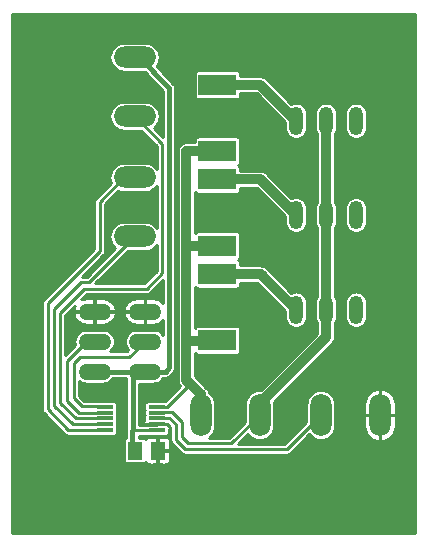
<source format=gtl>
G04 #@! TF.GenerationSoftware,KiCad,Pcbnew,5.1.5*
G04 #@! TF.CreationDate,2020-04-17T15:55:13+02:00*
G04 #@! TF.ProjectId,eco_measurement_ina226,65636f5f-6d65-4617-9375-72656d656e74,rev?*
G04 #@! TF.SameCoordinates,Original*
G04 #@! TF.FileFunction,Copper,L1,Top*
G04 #@! TF.FilePolarity,Positive*
%FSLAX46Y46*%
G04 Gerber Fmt 4.6, Leading zero omitted, Abs format (unit mm)*
G04 Created by KiCad (PCBNEW 5.1.5) date 2020-04-17 15:55:13*
%MOMM*%
%LPD*%
G04 APERTURE LIST*
%ADD10R,3.200000X1.800000*%
%ADD11R,1.450000X0.300000*%
%ADD12O,1.790700X3.581400*%
%ADD13O,3.581400X1.790700*%
%ADD14O,2.743200X1.371600*%
%ADD15R,1.300000X1.500000*%
%ADD16O,1.200000X2.400000*%
%ADD17C,0.855600*%
%ADD18C,3.355600*%
%ADD19C,0.755600*%
%ADD20C,0.254000*%
%ADD21C,0.406400*%
%ADD22C,0.812800*%
G04 APERTURE END LIST*
D10*
X148851100Y-105028600D03*
X148851100Y-110628600D03*
X148851100Y-97003600D03*
X148851100Y-102603600D03*
X148851100Y-88978600D03*
X148851100Y-94578600D03*
D11*
X139316900Y-116242100D03*
X139316900Y-116742100D03*
X139316900Y-118242100D03*
X139316900Y-117742100D03*
X143716900Y-118242100D03*
X143716900Y-117742100D03*
X143716900Y-116242100D03*
X143716900Y-116742100D03*
X139316900Y-117242100D03*
X143716900Y-117242100D03*
D12*
X152426100Y-116948600D03*
X147426100Y-116948600D03*
X162601100Y-116948600D03*
X157601100Y-116948600D03*
D13*
X141831100Y-91653600D03*
X141831100Y-86653600D03*
X141831100Y-101832100D03*
X141831100Y-96832100D03*
D14*
X142701100Y-108188600D03*
X142701100Y-110728600D03*
X142701100Y-113268600D03*
X138451100Y-108188600D03*
X138451100Y-110728600D03*
X138451100Y-113268600D03*
D15*
X141888400Y-119958500D03*
X143788400Y-119958500D03*
D16*
X155511100Y-108028600D03*
X158051100Y-108028600D03*
X160591100Y-108028600D03*
X155511100Y-100028600D03*
X158051100Y-100028600D03*
X160591100Y-100028600D03*
X155511100Y-92028600D03*
X158051100Y-92028600D03*
X160591100Y-92028600D03*
D17*
X143811100Y-121888600D03*
D18*
X134301100Y-124103600D03*
X134301100Y-85903600D03*
X162701100Y-124103600D03*
X162701100Y-85903600D03*
D17*
X159851100Y-111013600D03*
X150051100Y-114233600D03*
X152241100Y-110493600D03*
X133471100Y-99423600D03*
X151621100Y-101533600D03*
X154751100Y-102853600D03*
X160281100Y-103133600D03*
X160571100Y-94983600D03*
X155551100Y-95033600D03*
X151911100Y-93653600D03*
X143911100Y-114993600D03*
D19*
X140271100Y-114733600D03*
X141851100Y-99303600D03*
X141321100Y-104953600D03*
D17*
X153411100Y-121953600D03*
X133381100Y-93883600D03*
X155001100Y-116893600D03*
D20*
X143716900Y-117742100D02*
X144539600Y-117742100D01*
X144539600Y-117742100D02*
X144801100Y-118003600D01*
X144801100Y-118003600D02*
X144801100Y-120028600D01*
X143788400Y-119958500D02*
X144731000Y-119958500D01*
X144731000Y-119958500D02*
X144801100Y-120028600D01*
X141676100Y-118253600D02*
X143705400Y-118253600D01*
X143705400Y-118253600D02*
X143716900Y-118242100D01*
D21*
X141651100Y-118278600D02*
X141651100Y-119796200D01*
X141651100Y-119796200D02*
X141888400Y-119958500D01*
D20*
X141676100Y-118253600D02*
X141651100Y-118278600D01*
X142701100Y-113268600D02*
X142211100Y-113268600D01*
D21*
X141831100Y-86653600D02*
X142241100Y-86653600D01*
X142241100Y-86653600D02*
X144751100Y-89283600D01*
X144751100Y-89283600D02*
X144751100Y-112873600D01*
X144751100Y-112873600D02*
X144456100Y-113268600D01*
X144456100Y-113268600D02*
X142211100Y-113268600D01*
X138451100Y-113268600D02*
X141676100Y-113268600D01*
X141676100Y-113268600D02*
X142211100Y-113268600D01*
X141676100Y-118253600D02*
X141676100Y-113268600D01*
D20*
X138451100Y-110728600D02*
X137751100Y-110728600D01*
X137751100Y-110728600D02*
X136101100Y-112378600D01*
X136101100Y-112378600D02*
X136101100Y-115753600D01*
X136101100Y-115753600D02*
X137101100Y-116743600D01*
X137101100Y-116743600D02*
X139305400Y-116743600D01*
X139305400Y-116743600D02*
X139316900Y-116742100D01*
X142701100Y-110728600D02*
X141401100Y-112028600D01*
X141401100Y-112028600D02*
X137176100Y-112028600D01*
X137176100Y-112028600D02*
X136676100Y-112528600D01*
X136676100Y-112528600D02*
X136676100Y-115503600D01*
X136676100Y-115503600D02*
X137401100Y-116228600D01*
X137401100Y-116228600D02*
X139303400Y-116228600D01*
X139303400Y-116228600D02*
X139316900Y-116242100D01*
D22*
X155511100Y-108028600D02*
X152511100Y-105028600D01*
X152511100Y-105028600D02*
X148851100Y-105028600D01*
X148851100Y-94578600D02*
X146226100Y-94578600D01*
X146226100Y-94578600D02*
X146226100Y-102678600D01*
X146226100Y-102678600D02*
X146226100Y-110678600D01*
X146226100Y-110678600D02*
X146226100Y-113978600D01*
X146226100Y-113978600D02*
X146551100Y-114303600D01*
X146551100Y-114303600D02*
X147426100Y-115178600D01*
X147426100Y-115178600D02*
X147426100Y-116948600D01*
X148851100Y-102603600D02*
X148776100Y-102678600D01*
X148776100Y-102678600D02*
X146226100Y-102678600D01*
X148851100Y-110628600D02*
X148801100Y-110678600D01*
X148801100Y-110678600D02*
X146226100Y-110678600D01*
D20*
X143716900Y-116242100D02*
X144612600Y-116242100D01*
X144612600Y-116242100D02*
X146551100Y-114303600D01*
D22*
X155511100Y-100028600D02*
X152486100Y-97003600D01*
X152486100Y-97003600D02*
X148851100Y-97003600D01*
X155511100Y-92028600D02*
X152461100Y-88978600D01*
X152461100Y-88978600D02*
X148851100Y-88978600D01*
D20*
X143716900Y-116742100D02*
X143728400Y-116733600D01*
X145036100Y-116733600D02*
X145851100Y-117518600D01*
X145851100Y-117518600D02*
X145851100Y-118848600D01*
X145851100Y-118848600D02*
X146331100Y-119318600D01*
X146331100Y-119318600D02*
X150006100Y-119318600D01*
X150006100Y-119318600D02*
X152426100Y-116948600D01*
X143728400Y-116733600D02*
X145036100Y-116733600D01*
D22*
X158051100Y-108028600D02*
X158051100Y-100028600D01*
X158051100Y-100028600D02*
X158051100Y-92028600D01*
X158051100Y-108028600D02*
X158051100Y-108978600D01*
X152149202Y-116259864D02*
X151946248Y-116458625D01*
X158051100Y-108028600D02*
X158051100Y-110357966D01*
X158051100Y-110357966D02*
X152149202Y-116259864D01*
D20*
X139316900Y-118242100D02*
X139315400Y-118243600D01*
X139315400Y-118243600D02*
X136231100Y-118243600D01*
X136231100Y-118243600D02*
X134471100Y-116483600D01*
X134471100Y-116483600D02*
X134471100Y-107453600D01*
X134471100Y-107453600D02*
X138881100Y-103043600D01*
X138881100Y-103043600D02*
X138881100Y-98903600D01*
X138881100Y-98903600D02*
X140952600Y-96832100D01*
X140952600Y-96832100D02*
X141831100Y-96832100D01*
X139316900Y-117742100D02*
X139305400Y-117753600D01*
X141831100Y-101832100D02*
X137979600Y-105683600D01*
X137979600Y-105683600D02*
X137321100Y-105683600D01*
X137321100Y-105683600D02*
X135001100Y-107993600D01*
X135001100Y-107993600D02*
X135001100Y-116193600D01*
X135001100Y-116193600D02*
X136579600Y-117742100D01*
X136579600Y-117742100D02*
X139316900Y-117742100D01*
X144161100Y-104903600D02*
X142851100Y-106243600D01*
X142851100Y-106243600D02*
X137591100Y-106243600D01*
X137591100Y-106243600D02*
X135511100Y-108323600D01*
X135511100Y-108323600D02*
X135511100Y-115913600D01*
X135511100Y-115913600D02*
X136839600Y-117242100D01*
X136839600Y-117242100D02*
X139316900Y-117242100D01*
X144161100Y-104903600D02*
X144161100Y-94013600D01*
X144161100Y-94013600D02*
X141831100Y-91653600D01*
X143716900Y-117242100D02*
X144784600Y-117242100D01*
X144784600Y-117242100D02*
X145316100Y-117733600D01*
X145316100Y-117733600D02*
X145316100Y-119028600D01*
X145316100Y-119028600D02*
X146101100Y-119853600D01*
X146101100Y-119853600D02*
X154696100Y-119853600D01*
X154696100Y-119853600D02*
X157601100Y-116948600D01*
G36*
X165575900Y-126978400D02*
G01*
X131426300Y-126978400D01*
X131426300Y-107453600D01*
X134011689Y-107453600D01*
X134013901Y-107476060D01*
X134013900Y-116461150D01*
X134011689Y-116483600D01*
X134013900Y-116506050D01*
X134013900Y-116506059D01*
X134020515Y-116573226D01*
X134046659Y-116659408D01*
X134089113Y-116738835D01*
X134146247Y-116808453D01*
X134163697Y-116822774D01*
X135891930Y-118551008D01*
X135906247Y-118568453D01*
X135975864Y-118625587D01*
X136055291Y-118668041D01*
X136141473Y-118694185D01*
X136208640Y-118700800D01*
X136208650Y-118700800D01*
X136231100Y-118703011D01*
X136253550Y-118700800D01*
X138472047Y-118700800D01*
X138527170Y-118717522D01*
X138591900Y-118723897D01*
X140041900Y-118723897D01*
X140106630Y-118717522D01*
X140168873Y-118698640D01*
X140226237Y-118667979D01*
X140276516Y-118626716D01*
X140317779Y-118576437D01*
X140348440Y-118519073D01*
X140367322Y-118456830D01*
X140373697Y-118392100D01*
X140373697Y-118092100D01*
X140367322Y-118027370D01*
X140356623Y-117992100D01*
X140367322Y-117956830D01*
X140373697Y-117892100D01*
X140373697Y-117592100D01*
X140367322Y-117527370D01*
X140356623Y-117492100D01*
X140367322Y-117456830D01*
X140373697Y-117392100D01*
X140373697Y-117092100D01*
X140367322Y-117027370D01*
X140356623Y-116992100D01*
X140367322Y-116956830D01*
X140373697Y-116892100D01*
X140373697Y-116592100D01*
X140367322Y-116527370D01*
X140356623Y-116492100D01*
X140367322Y-116456830D01*
X140373697Y-116392100D01*
X140373697Y-116092100D01*
X140367322Y-116027370D01*
X140348440Y-115965127D01*
X140317779Y-115907763D01*
X140276516Y-115857484D01*
X140226237Y-115816221D01*
X140168873Y-115785560D01*
X140106630Y-115766678D01*
X140041900Y-115760303D01*
X138591900Y-115760303D01*
X138527170Y-115766678D01*
X138511604Y-115771400D01*
X137590478Y-115771400D01*
X137133300Y-115314223D01*
X137133300Y-114064272D01*
X137198110Y-114117460D01*
X137374613Y-114211802D01*
X137566129Y-114269898D01*
X137715398Y-114284600D01*
X139186802Y-114284600D01*
X139336071Y-114269898D01*
X139527587Y-114211802D01*
X139704090Y-114117460D01*
X139858796Y-113990496D01*
X139985760Y-113835790D01*
X140003821Y-113802000D01*
X141142701Y-113802000D01*
X141142700Y-118117068D01*
X141125419Y-118174036D01*
X141117700Y-118252406D01*
X141117700Y-118900057D01*
X141111427Y-118901960D01*
X141054063Y-118932621D01*
X141003784Y-118973884D01*
X140962521Y-119024163D01*
X140931860Y-119081527D01*
X140912978Y-119143770D01*
X140906603Y-119208500D01*
X140906603Y-120708500D01*
X140912978Y-120773230D01*
X140931860Y-120835473D01*
X140962521Y-120892837D01*
X141003784Y-120943116D01*
X141054063Y-120984379D01*
X141111427Y-121015040D01*
X141173670Y-121033922D01*
X141238400Y-121040297D01*
X142538400Y-121040297D01*
X142603130Y-121033922D01*
X142665373Y-121015040D01*
X142722737Y-120984379D01*
X142773016Y-120943116D01*
X142774278Y-120941578D01*
X142778303Y-120949109D01*
X142832163Y-121014737D01*
X142897791Y-121068597D01*
X142972666Y-121108618D01*
X143053909Y-121133263D01*
X143138400Y-121141585D01*
X143655650Y-121139500D01*
X143763400Y-121031750D01*
X143763400Y-119983500D01*
X143813400Y-119983500D01*
X143813400Y-121031750D01*
X143921150Y-121139500D01*
X144438400Y-121141585D01*
X144522891Y-121133263D01*
X144604134Y-121108618D01*
X144679009Y-121068597D01*
X144744637Y-121014737D01*
X144798497Y-120949109D01*
X144838518Y-120874234D01*
X144863163Y-120792991D01*
X144871485Y-120708500D01*
X144869400Y-120091250D01*
X144761650Y-119983500D01*
X143813400Y-119983500D01*
X143763400Y-119983500D01*
X143743400Y-119983500D01*
X143743400Y-119933500D01*
X143763400Y-119933500D01*
X143763400Y-118885250D01*
X143813400Y-118885250D01*
X143813400Y-119933500D01*
X144761650Y-119933500D01*
X144869400Y-119825750D01*
X144871485Y-119208500D01*
X144863163Y-119124009D01*
X144838518Y-119042766D01*
X144798497Y-118967891D01*
X144744637Y-118902263D01*
X144679009Y-118848403D01*
X144604134Y-118808382D01*
X144522891Y-118783737D01*
X144438400Y-118775415D01*
X143921150Y-118777500D01*
X143813400Y-118885250D01*
X143763400Y-118885250D01*
X143655650Y-118777500D01*
X143138400Y-118775415D01*
X143053909Y-118783737D01*
X142972666Y-118808382D01*
X142897791Y-118848403D01*
X142832163Y-118902263D01*
X142778303Y-118967891D01*
X142774278Y-118975422D01*
X142773016Y-118973884D01*
X142722737Y-118932621D01*
X142665373Y-118901960D01*
X142603130Y-118883078D01*
X142538400Y-118876703D01*
X142184500Y-118876703D01*
X142184500Y-118710800D01*
X142905011Y-118710800D01*
X142927170Y-118717522D01*
X142991900Y-118723897D01*
X144441900Y-118723897D01*
X144506630Y-118717522D01*
X144568873Y-118698640D01*
X144626237Y-118667979D01*
X144676516Y-118626716D01*
X144717779Y-118576437D01*
X144748440Y-118519073D01*
X144767322Y-118456830D01*
X144773697Y-118392100D01*
X144773697Y-118167192D01*
X144801997Y-118132709D01*
X144842018Y-118057834D01*
X144858900Y-118002181D01*
X144858901Y-119000447D01*
X144856831Y-119017190D01*
X144858901Y-119045368D01*
X144858901Y-119051060D01*
X144860546Y-119067767D01*
X144863429Y-119107007D01*
X144864955Y-119112526D01*
X144865516Y-119118227D01*
X144876940Y-119155887D01*
X144887424Y-119193813D01*
X144889998Y-119198931D01*
X144891660Y-119204409D01*
X144910195Y-119239086D01*
X144927891Y-119274269D01*
X144931416Y-119278789D01*
X144934114Y-119283836D01*
X144959066Y-119314240D01*
X144969399Y-119327488D01*
X144973325Y-119331614D01*
X144991248Y-119353453D01*
X145004288Y-119364155D01*
X145758319Y-120156608D01*
X145776247Y-120178453D01*
X145806664Y-120203416D01*
X145836455Y-120229130D01*
X145841438Y-120231955D01*
X145845864Y-120235587D01*
X145880563Y-120254133D01*
X145914802Y-120273543D01*
X145920240Y-120275341D01*
X145925291Y-120278041D01*
X145962960Y-120289468D01*
X146000309Y-120301819D01*
X146005988Y-120302521D01*
X146011473Y-120304185D01*
X146050680Y-120308046D01*
X146089689Y-120312869D01*
X146117854Y-120310800D01*
X154673650Y-120310800D01*
X154696100Y-120313011D01*
X154718550Y-120310800D01*
X154718560Y-120310800D01*
X154785727Y-120304185D01*
X154871909Y-120278041D01*
X154951336Y-120235587D01*
X155020953Y-120178453D01*
X155035274Y-120161003D01*
X156618178Y-118578099D01*
X156730314Y-118714737D01*
X156916928Y-118867887D01*
X157129834Y-118981688D01*
X157360851Y-119051766D01*
X157601100Y-119075429D01*
X157841350Y-119051766D01*
X158072367Y-118981688D01*
X158285273Y-118867887D01*
X158471887Y-118714737D01*
X158625037Y-118528123D01*
X158738838Y-118315217D01*
X158808916Y-118084200D01*
X158826650Y-117904147D01*
X158826650Y-116973600D01*
X161274750Y-116973600D01*
X161274750Y-117868950D01*
X161305113Y-118127228D01*
X161385280Y-118374619D01*
X161512170Y-118601617D01*
X161680907Y-118799498D01*
X161885006Y-118960658D01*
X162116624Y-119078904D01*
X162366861Y-119149691D01*
X162368958Y-119149826D01*
X162576100Y-119062294D01*
X162576100Y-116973600D01*
X162626100Y-116973600D01*
X162626100Y-119062294D01*
X162833242Y-119149826D01*
X162835339Y-119149691D01*
X163085576Y-119078904D01*
X163317194Y-118960658D01*
X163521293Y-118799498D01*
X163690030Y-118601617D01*
X163816920Y-118374619D01*
X163897087Y-118127228D01*
X163927450Y-117868950D01*
X163927450Y-116973600D01*
X162626100Y-116973600D01*
X162576100Y-116973600D01*
X161274750Y-116973600D01*
X158826650Y-116973600D01*
X158826650Y-116028250D01*
X161274750Y-116028250D01*
X161274750Y-116923600D01*
X162576100Y-116923600D01*
X162576100Y-114834906D01*
X162626100Y-114834906D01*
X162626100Y-116923600D01*
X163927450Y-116923600D01*
X163927450Y-116028250D01*
X163897087Y-115769972D01*
X163816920Y-115522581D01*
X163690030Y-115295583D01*
X163521293Y-115097702D01*
X163317194Y-114936542D01*
X163085576Y-114818296D01*
X162835339Y-114747509D01*
X162833242Y-114747374D01*
X162626100Y-114834906D01*
X162576100Y-114834906D01*
X162368958Y-114747374D01*
X162366861Y-114747509D01*
X162116624Y-114818296D01*
X161885006Y-114936542D01*
X161680907Y-115097702D01*
X161512170Y-115295583D01*
X161385280Y-115522581D01*
X161305113Y-115769972D01*
X161274750Y-116028250D01*
X158826650Y-116028250D01*
X158826650Y-115993053D01*
X158808916Y-115813000D01*
X158738838Y-115581983D01*
X158625037Y-115369077D01*
X158471887Y-115182463D01*
X158285272Y-115029313D01*
X158072366Y-114915512D01*
X157841349Y-114845434D01*
X157601100Y-114821771D01*
X157360850Y-114845434D01*
X157129833Y-114915512D01*
X156916927Y-115029313D01*
X156730313Y-115182463D01*
X156577163Y-115369078D01*
X156463362Y-115581984D01*
X156393284Y-115813001D01*
X156375550Y-115993054D01*
X156375550Y-117527572D01*
X154506723Y-119396400D01*
X150580093Y-119396400D01*
X151430915Y-118563157D01*
X151555314Y-118714737D01*
X151741928Y-118867887D01*
X151954834Y-118981688D01*
X152185851Y-119051766D01*
X152426100Y-119075429D01*
X152666350Y-119051766D01*
X152897367Y-118981688D01*
X153110273Y-118867887D01*
X153296887Y-118714737D01*
X153450037Y-118528123D01*
X153563838Y-118315217D01*
X153633916Y-118084200D01*
X153651650Y-117904147D01*
X153651650Y-115993053D01*
X153634262Y-115816513D01*
X158546369Y-110904407D01*
X158574475Y-110881341D01*
X158666524Y-110769179D01*
X158734922Y-110641215D01*
X158777042Y-110502365D01*
X158787700Y-110394152D01*
X158787700Y-110394143D01*
X158791263Y-110357967D01*
X158787700Y-110321791D01*
X158787700Y-109197332D01*
X158828275Y-109147891D01*
X158914650Y-108986294D01*
X158967840Y-108810951D01*
X158981300Y-108674289D01*
X158981300Y-108674288D01*
X159660900Y-108674288D01*
X159674360Y-108810950D01*
X159727550Y-108986293D01*
X159813925Y-109147890D01*
X159930167Y-109289533D01*
X160071809Y-109405775D01*
X160233406Y-109492150D01*
X160408749Y-109545340D01*
X160591100Y-109563300D01*
X160773450Y-109545340D01*
X160948793Y-109492150D01*
X161110390Y-109405775D01*
X161252033Y-109289533D01*
X161368275Y-109147891D01*
X161454650Y-108986294D01*
X161507840Y-108810951D01*
X161521300Y-108674289D01*
X161521300Y-107382911D01*
X161507840Y-107246249D01*
X161454650Y-107070906D01*
X161368275Y-106909309D01*
X161252033Y-106767667D01*
X161110391Y-106651425D01*
X160948794Y-106565050D01*
X160773451Y-106511860D01*
X160591100Y-106493900D01*
X160408750Y-106511860D01*
X160233407Y-106565050D01*
X160071810Y-106651425D01*
X159930168Y-106767667D01*
X159813926Y-106909309D01*
X159727551Y-107070906D01*
X159674361Y-107246249D01*
X159660901Y-107382911D01*
X159660900Y-108674288D01*
X158981300Y-108674288D01*
X158981300Y-107382911D01*
X158967840Y-107246249D01*
X158914650Y-107070906D01*
X158828275Y-106909309D01*
X158787700Y-106859868D01*
X158787700Y-101197332D01*
X158828275Y-101147891D01*
X158914650Y-100986294D01*
X158967840Y-100810951D01*
X158981300Y-100674289D01*
X158981300Y-100674288D01*
X159660900Y-100674288D01*
X159674360Y-100810950D01*
X159727550Y-100986293D01*
X159813925Y-101147890D01*
X159930167Y-101289533D01*
X160071809Y-101405775D01*
X160233406Y-101492150D01*
X160408749Y-101545340D01*
X160591100Y-101563300D01*
X160773450Y-101545340D01*
X160948793Y-101492150D01*
X161110390Y-101405775D01*
X161252033Y-101289533D01*
X161368275Y-101147891D01*
X161454650Y-100986294D01*
X161507840Y-100810951D01*
X161521300Y-100674289D01*
X161521300Y-99382911D01*
X161507840Y-99246249D01*
X161454650Y-99070906D01*
X161368275Y-98909309D01*
X161252033Y-98767667D01*
X161110391Y-98651425D01*
X160948794Y-98565050D01*
X160773451Y-98511860D01*
X160591100Y-98493900D01*
X160408750Y-98511860D01*
X160233407Y-98565050D01*
X160071810Y-98651425D01*
X159930168Y-98767667D01*
X159813926Y-98909309D01*
X159727551Y-99070906D01*
X159674361Y-99246249D01*
X159660901Y-99382911D01*
X159660900Y-100674288D01*
X158981300Y-100674288D01*
X158981300Y-99382911D01*
X158967840Y-99246249D01*
X158914650Y-99070906D01*
X158828275Y-98909309D01*
X158787700Y-98859868D01*
X158787700Y-93197332D01*
X158828275Y-93147891D01*
X158914650Y-92986294D01*
X158967840Y-92810951D01*
X158981300Y-92674289D01*
X158981300Y-92674288D01*
X159660900Y-92674288D01*
X159674360Y-92810950D01*
X159727550Y-92986293D01*
X159813925Y-93147890D01*
X159930167Y-93289533D01*
X160071809Y-93405775D01*
X160233406Y-93492150D01*
X160408749Y-93545340D01*
X160591100Y-93563300D01*
X160773450Y-93545340D01*
X160948793Y-93492150D01*
X161110390Y-93405775D01*
X161252033Y-93289533D01*
X161368275Y-93147891D01*
X161454650Y-92986294D01*
X161507840Y-92810951D01*
X161521300Y-92674289D01*
X161521300Y-91382911D01*
X161507840Y-91246249D01*
X161454650Y-91070906D01*
X161368275Y-90909309D01*
X161252033Y-90767667D01*
X161110391Y-90651425D01*
X160948794Y-90565050D01*
X160773451Y-90511860D01*
X160591100Y-90493900D01*
X160408750Y-90511860D01*
X160233407Y-90565050D01*
X160071810Y-90651425D01*
X159930168Y-90767667D01*
X159813926Y-90909309D01*
X159727551Y-91070906D01*
X159674361Y-91246249D01*
X159660901Y-91382911D01*
X159660900Y-92674288D01*
X158981300Y-92674288D01*
X158981300Y-91382911D01*
X158967840Y-91246249D01*
X158914650Y-91070906D01*
X158828275Y-90909309D01*
X158712033Y-90767667D01*
X158570391Y-90651425D01*
X158408794Y-90565050D01*
X158233451Y-90511860D01*
X158051100Y-90493900D01*
X157868750Y-90511860D01*
X157693407Y-90565050D01*
X157531810Y-90651425D01*
X157390168Y-90767667D01*
X157273926Y-90909309D01*
X157187551Y-91070906D01*
X157134361Y-91246249D01*
X157120901Y-91382911D01*
X157120900Y-92674288D01*
X157134360Y-92810950D01*
X157187550Y-92986293D01*
X157273925Y-93147890D01*
X157314501Y-93197332D01*
X157314500Y-98859869D01*
X157273926Y-98909309D01*
X157187551Y-99070906D01*
X157134361Y-99246249D01*
X157120901Y-99382911D01*
X157120900Y-100674288D01*
X157134360Y-100810950D01*
X157187550Y-100986293D01*
X157273925Y-101147890D01*
X157314501Y-101197332D01*
X157314500Y-106859869D01*
X157273926Y-106909309D01*
X157187551Y-107070906D01*
X157134361Y-107246249D01*
X157120901Y-107382911D01*
X157120900Y-108674288D01*
X157134360Y-108810950D01*
X157187550Y-108986293D01*
X157273925Y-109147890D01*
X157314501Y-109197332D01*
X157314501Y-110052855D01*
X152534872Y-114832484D01*
X152426100Y-114821771D01*
X152185850Y-114845434D01*
X151954833Y-114915512D01*
X151741927Y-115029313D01*
X151555313Y-115182463D01*
X151402163Y-115369078D01*
X151288362Y-115581984D01*
X151218284Y-115813001D01*
X151200550Y-115993054D01*
X151200550Y-117508895D01*
X149819512Y-118861400D01*
X148118177Y-118861400D01*
X148296887Y-118714737D01*
X148450037Y-118528123D01*
X148563838Y-118315217D01*
X148633916Y-118084200D01*
X148651650Y-117904147D01*
X148651650Y-115993053D01*
X148633916Y-115813000D01*
X148563838Y-115581983D01*
X148450037Y-115369077D01*
X148296887Y-115182463D01*
X148155191Y-115066177D01*
X148152042Y-115034201D01*
X148109922Y-114895352D01*
X148109922Y-114895351D01*
X148041524Y-114767387D01*
X147972542Y-114683332D01*
X147972537Y-114683327D01*
X147949474Y-114655225D01*
X147921373Y-114632163D01*
X147046367Y-113757158D01*
X147046362Y-113757154D01*
X146962700Y-113673492D01*
X146962700Y-111689511D01*
X146975221Y-111712937D01*
X147016484Y-111763216D01*
X147066763Y-111804479D01*
X147124127Y-111835140D01*
X147186370Y-111854022D01*
X147251100Y-111860397D01*
X150451100Y-111860397D01*
X150515830Y-111854022D01*
X150578073Y-111835140D01*
X150635437Y-111804479D01*
X150685716Y-111763216D01*
X150726979Y-111712937D01*
X150757640Y-111655573D01*
X150776522Y-111593330D01*
X150782897Y-111528600D01*
X150782897Y-109728600D01*
X150776522Y-109663870D01*
X150757640Y-109601627D01*
X150726979Y-109544263D01*
X150685716Y-109493984D01*
X150635437Y-109452721D01*
X150578073Y-109422060D01*
X150515830Y-109403178D01*
X150451100Y-109396803D01*
X147251100Y-109396803D01*
X147186370Y-109403178D01*
X147124127Y-109422060D01*
X147066763Y-109452721D01*
X147016484Y-109493984D01*
X146975221Y-109544263D01*
X146962700Y-109567689D01*
X146962700Y-106089511D01*
X146975221Y-106112937D01*
X147016484Y-106163216D01*
X147066763Y-106204479D01*
X147124127Y-106235140D01*
X147186370Y-106254022D01*
X147251100Y-106260397D01*
X150451100Y-106260397D01*
X150515830Y-106254022D01*
X150578073Y-106235140D01*
X150635437Y-106204479D01*
X150685716Y-106163216D01*
X150726979Y-106112937D01*
X150757640Y-106055573D01*
X150776522Y-105993330D01*
X150782897Y-105928600D01*
X150782897Y-105765200D01*
X152205991Y-105765200D01*
X154580900Y-108140110D01*
X154580900Y-108674288D01*
X154594360Y-108810950D01*
X154647550Y-108986293D01*
X154733925Y-109147890D01*
X154850167Y-109289533D01*
X154991809Y-109405775D01*
X155153406Y-109492150D01*
X155328749Y-109545340D01*
X155511100Y-109563300D01*
X155693450Y-109545340D01*
X155868793Y-109492150D01*
X156030390Y-109405775D01*
X156172033Y-109289533D01*
X156288275Y-109147891D01*
X156374650Y-108986294D01*
X156427840Y-108810951D01*
X156441300Y-108674289D01*
X156441300Y-107382911D01*
X156427840Y-107246249D01*
X156374650Y-107070906D01*
X156288275Y-106909309D01*
X156172033Y-106767667D01*
X156030391Y-106651425D01*
X155868794Y-106565050D01*
X155693451Y-106511860D01*
X155511100Y-106493900D01*
X155328750Y-106511860D01*
X155153407Y-106565050D01*
X155111604Y-106587394D01*
X153057546Y-104533337D01*
X153034475Y-104505225D01*
X152922313Y-104413176D01*
X152794349Y-104344778D01*
X152655499Y-104302658D01*
X152547286Y-104292000D01*
X152547283Y-104292000D01*
X152511100Y-104288436D01*
X152474917Y-104292000D01*
X150782897Y-104292000D01*
X150782897Y-104128600D01*
X150776522Y-104063870D01*
X150757640Y-104001627D01*
X150726979Y-103944263D01*
X150685716Y-103893984D01*
X150635437Y-103852721D01*
X150578073Y-103822060D01*
X150558426Y-103816100D01*
X150578073Y-103810140D01*
X150635437Y-103779479D01*
X150685716Y-103738216D01*
X150726979Y-103687937D01*
X150757640Y-103630573D01*
X150776522Y-103568330D01*
X150782897Y-103503600D01*
X150782897Y-101703600D01*
X150776522Y-101638870D01*
X150757640Y-101576627D01*
X150726979Y-101519263D01*
X150685716Y-101468984D01*
X150635437Y-101427721D01*
X150578073Y-101397060D01*
X150515830Y-101378178D01*
X150451100Y-101371803D01*
X147251100Y-101371803D01*
X147186370Y-101378178D01*
X147124127Y-101397060D01*
X147066763Y-101427721D01*
X147016484Y-101468984D01*
X146975221Y-101519263D01*
X146962700Y-101542689D01*
X146962700Y-98064511D01*
X146975221Y-98087937D01*
X147016484Y-98138216D01*
X147066763Y-98179479D01*
X147124127Y-98210140D01*
X147186370Y-98229022D01*
X147251100Y-98235397D01*
X150451100Y-98235397D01*
X150515830Y-98229022D01*
X150578073Y-98210140D01*
X150635437Y-98179479D01*
X150685716Y-98138216D01*
X150726979Y-98087937D01*
X150757640Y-98030573D01*
X150776522Y-97968330D01*
X150782897Y-97903600D01*
X150782897Y-97740200D01*
X152180991Y-97740200D01*
X154580900Y-100140110D01*
X154580900Y-100674288D01*
X154594360Y-100810950D01*
X154647550Y-100986293D01*
X154733925Y-101147890D01*
X154850167Y-101289533D01*
X154991809Y-101405775D01*
X155153406Y-101492150D01*
X155328749Y-101545340D01*
X155511100Y-101563300D01*
X155693450Y-101545340D01*
X155868793Y-101492150D01*
X156030390Y-101405775D01*
X156172033Y-101289533D01*
X156288275Y-101147891D01*
X156374650Y-100986294D01*
X156427840Y-100810951D01*
X156441300Y-100674289D01*
X156441300Y-99382911D01*
X156427840Y-99246249D01*
X156374650Y-99070906D01*
X156288275Y-98909309D01*
X156172033Y-98767667D01*
X156030391Y-98651425D01*
X155868794Y-98565050D01*
X155693451Y-98511860D01*
X155511100Y-98493900D01*
X155328750Y-98511860D01*
X155153407Y-98565050D01*
X155111604Y-98587394D01*
X153032546Y-96508337D01*
X153009475Y-96480225D01*
X152897313Y-96388176D01*
X152769349Y-96319778D01*
X152630499Y-96277658D01*
X152522286Y-96267000D01*
X152522283Y-96267000D01*
X152486100Y-96263436D01*
X152449917Y-96267000D01*
X150782897Y-96267000D01*
X150782897Y-96103600D01*
X150776522Y-96038870D01*
X150757640Y-95976627D01*
X150726979Y-95919263D01*
X150685716Y-95868984D01*
X150635437Y-95827721D01*
X150578073Y-95797060D01*
X150558426Y-95791100D01*
X150578073Y-95785140D01*
X150635437Y-95754479D01*
X150685716Y-95713216D01*
X150726979Y-95662937D01*
X150757640Y-95605573D01*
X150776522Y-95543330D01*
X150782897Y-95478600D01*
X150782897Y-93678600D01*
X150776522Y-93613870D01*
X150757640Y-93551627D01*
X150726979Y-93494263D01*
X150685716Y-93443984D01*
X150635437Y-93402721D01*
X150578073Y-93372060D01*
X150515830Y-93353178D01*
X150451100Y-93346803D01*
X147251100Y-93346803D01*
X147186370Y-93353178D01*
X147124127Y-93372060D01*
X147066763Y-93402721D01*
X147016484Y-93443984D01*
X146975221Y-93494263D01*
X146944560Y-93551627D01*
X146925678Y-93613870D01*
X146919303Y-93678600D01*
X146919303Y-93842000D01*
X146262286Y-93842000D01*
X146226100Y-93838436D01*
X146189914Y-93842000D01*
X146081701Y-93852658D01*
X145942851Y-93894778D01*
X145814887Y-93963176D01*
X145702725Y-94055225D01*
X145610676Y-94167387D01*
X145542278Y-94295351D01*
X145500158Y-94434201D01*
X145485936Y-94578600D01*
X145489500Y-94614786D01*
X145489501Y-102642404D01*
X145485936Y-102678600D01*
X145489500Y-102714786D01*
X145489501Y-110642404D01*
X145485936Y-110678600D01*
X145489500Y-110714786D01*
X145489501Y-113942407D01*
X145485936Y-113978600D01*
X145490049Y-114020353D01*
X145499614Y-114117460D01*
X145500159Y-114122998D01*
X145542278Y-114261847D01*
X145610676Y-114389812D01*
X145662253Y-114452658D01*
X145702726Y-114501975D01*
X145704605Y-114503517D01*
X144447289Y-115760834D01*
X144441900Y-115760303D01*
X142991900Y-115760303D01*
X142927170Y-115766678D01*
X142864927Y-115785560D01*
X142807563Y-115816221D01*
X142757284Y-115857484D01*
X142716021Y-115907763D01*
X142685360Y-115965127D01*
X142666478Y-116027370D01*
X142660103Y-116092100D01*
X142660103Y-116392100D01*
X142666478Y-116456830D01*
X142677177Y-116492100D01*
X142666478Y-116527370D01*
X142660103Y-116592100D01*
X142660103Y-116892100D01*
X142666478Y-116956830D01*
X142677177Y-116992100D01*
X142666478Y-117027370D01*
X142660103Y-117092100D01*
X142660103Y-117317008D01*
X142631803Y-117351491D01*
X142591782Y-117426366D01*
X142567137Y-117507609D01*
X142558815Y-117592100D01*
X142560900Y-117611350D01*
X142668650Y-117719100D01*
X142943193Y-117719100D01*
X142991900Y-117723897D01*
X143761900Y-117723897D01*
X143761900Y-117760303D01*
X142991900Y-117760303D01*
X142943193Y-117765100D01*
X142668650Y-117765100D01*
X142637350Y-117796400D01*
X142209500Y-117796400D01*
X142209500Y-114284600D01*
X143436802Y-114284600D01*
X143586071Y-114269898D01*
X143777587Y-114211802D01*
X143954090Y-114117460D01*
X144108796Y-113990496D01*
X144235760Y-113835790D01*
X144253821Y-113802000D01*
X144415870Y-113802000D01*
X144428016Y-113803843D01*
X144468274Y-113802000D01*
X144482295Y-113802000D01*
X144494472Y-113800801D01*
X144532975Y-113799038D01*
X144546647Y-113795662D01*
X144560665Y-113794281D01*
X144597563Y-113783088D01*
X144634981Y-113773848D01*
X144647729Y-113767871D01*
X144661211Y-113763781D01*
X144695220Y-113745603D01*
X144730113Y-113729242D01*
X144741450Y-113720892D01*
X144753875Y-113714251D01*
X144783682Y-113689789D01*
X144814714Y-113666934D01*
X144824205Y-113656533D01*
X144835095Y-113647595D01*
X144859563Y-113617781D01*
X144867793Y-113608761D01*
X144876162Y-113597555D01*
X144901751Y-113566375D01*
X144907548Y-113555530D01*
X145171168Y-113202548D01*
X145196751Y-113171375D01*
X145214932Y-113137360D01*
X145234852Y-113104376D01*
X145239639Y-113091138D01*
X145246281Y-113078711D01*
X145257473Y-113041816D01*
X145270580Y-113005567D01*
X145272693Y-112991641D01*
X145276781Y-112978165D01*
X145280560Y-112939795D01*
X145286343Y-112901685D01*
X145284500Y-112861427D01*
X145284500Y-89316033D01*
X145286933Y-89296109D01*
X145284500Y-89263656D01*
X145284500Y-89257405D01*
X145282538Y-89237485D01*
X145279078Y-89191333D01*
X145277397Y-89185286D01*
X145276781Y-89179035D01*
X145263335Y-89134708D01*
X145250933Y-89090102D01*
X145248104Y-89084498D01*
X145246281Y-89078489D01*
X145224441Y-89037628D01*
X145203579Y-88996308D01*
X145199713Y-88991366D01*
X145196751Y-88985825D01*
X145167373Y-88950028D01*
X145155056Y-88934284D01*
X145150745Y-88929767D01*
X145130095Y-88904605D01*
X145114576Y-88891869D01*
X144338414Y-88078600D01*
X146919303Y-88078600D01*
X146919303Y-89878600D01*
X146925678Y-89943330D01*
X146944560Y-90005573D01*
X146975221Y-90062937D01*
X147016484Y-90113216D01*
X147066763Y-90154479D01*
X147124127Y-90185140D01*
X147186370Y-90204022D01*
X147251100Y-90210397D01*
X150451100Y-90210397D01*
X150515830Y-90204022D01*
X150578073Y-90185140D01*
X150635437Y-90154479D01*
X150685716Y-90113216D01*
X150726979Y-90062937D01*
X150757640Y-90005573D01*
X150776522Y-89943330D01*
X150782897Y-89878600D01*
X150782897Y-89715200D01*
X152155991Y-89715200D01*
X154580900Y-92140109D01*
X154580900Y-92674288D01*
X154594360Y-92810950D01*
X154647550Y-92986293D01*
X154733925Y-93147890D01*
X154850167Y-93289533D01*
X154991809Y-93405775D01*
X155153406Y-93492150D01*
X155328749Y-93545340D01*
X155511100Y-93563300D01*
X155693450Y-93545340D01*
X155868793Y-93492150D01*
X156030390Y-93405775D01*
X156172033Y-93289533D01*
X156288275Y-93147891D01*
X156374650Y-92986294D01*
X156427840Y-92810951D01*
X156441300Y-92674289D01*
X156441300Y-91382911D01*
X156427840Y-91246249D01*
X156374650Y-91070906D01*
X156288275Y-90909309D01*
X156172033Y-90767667D01*
X156030391Y-90651425D01*
X155868794Y-90565050D01*
X155693451Y-90511860D01*
X155511100Y-90493900D01*
X155328750Y-90511860D01*
X155153407Y-90565050D01*
X155111603Y-90587394D01*
X153007546Y-88483337D01*
X152984475Y-88455225D01*
X152872313Y-88363176D01*
X152744349Y-88294778D01*
X152605499Y-88252658D01*
X152497286Y-88242000D01*
X152497283Y-88242000D01*
X152461100Y-88238436D01*
X152424917Y-88242000D01*
X150782897Y-88242000D01*
X150782897Y-88078600D01*
X150776522Y-88013870D01*
X150757640Y-87951627D01*
X150726979Y-87894263D01*
X150685716Y-87843984D01*
X150635437Y-87802721D01*
X150578073Y-87772060D01*
X150515830Y-87753178D01*
X150451100Y-87746803D01*
X147251100Y-87746803D01*
X147186370Y-87753178D01*
X147124127Y-87772060D01*
X147066763Y-87802721D01*
X147016484Y-87843984D01*
X146975221Y-87894263D01*
X146944560Y-87951627D01*
X146925678Y-88013870D01*
X146919303Y-88078600D01*
X144338414Y-88078600D01*
X143695369Y-87404813D01*
X143750387Y-87337773D01*
X143864188Y-87124867D01*
X143934266Y-86893850D01*
X143957929Y-86653600D01*
X143934266Y-86413350D01*
X143864188Y-86182333D01*
X143750387Y-85969427D01*
X143597237Y-85782813D01*
X143410623Y-85629663D01*
X143197717Y-85515862D01*
X142966700Y-85445784D01*
X142786647Y-85428050D01*
X140875553Y-85428050D01*
X140695500Y-85445784D01*
X140464483Y-85515862D01*
X140251577Y-85629663D01*
X140064963Y-85782813D01*
X139911813Y-85969427D01*
X139798012Y-86182333D01*
X139727934Y-86413350D01*
X139704271Y-86653600D01*
X139727934Y-86893850D01*
X139798012Y-87124867D01*
X139911813Y-87337773D01*
X140064963Y-87524387D01*
X140251577Y-87677537D01*
X140464483Y-87791338D01*
X140695500Y-87861416D01*
X140875553Y-87879150D01*
X142673399Y-87879150D01*
X144217700Y-89497283D01*
X144217700Y-93420175D01*
X143451435Y-92644044D01*
X143597237Y-92524387D01*
X143750387Y-92337773D01*
X143864188Y-92124867D01*
X143934266Y-91893850D01*
X143957929Y-91653600D01*
X143934266Y-91413350D01*
X143864188Y-91182333D01*
X143750387Y-90969427D01*
X143597237Y-90782813D01*
X143410623Y-90629663D01*
X143197717Y-90515862D01*
X142966700Y-90445784D01*
X142786647Y-90428050D01*
X140875553Y-90428050D01*
X140695500Y-90445784D01*
X140464483Y-90515862D01*
X140251577Y-90629663D01*
X140064963Y-90782813D01*
X139911813Y-90969427D01*
X139798012Y-91182333D01*
X139727934Y-91413350D01*
X139704271Y-91653600D01*
X139727934Y-91893850D01*
X139798012Y-92124867D01*
X139911813Y-92337773D01*
X140064963Y-92524387D01*
X140251577Y-92677537D01*
X140464483Y-92791338D01*
X140695500Y-92861416D01*
X140875553Y-92879150D01*
X142398590Y-92879150D01*
X143703901Y-94201268D01*
X143703901Y-96091283D01*
X143597237Y-95961313D01*
X143410623Y-95808163D01*
X143197717Y-95694362D01*
X142966700Y-95624284D01*
X142786647Y-95606550D01*
X140875553Y-95606550D01*
X140695500Y-95624284D01*
X140464483Y-95694362D01*
X140251577Y-95808163D01*
X140064963Y-95961313D01*
X139911813Y-96147927D01*
X139798012Y-96360833D01*
X139727934Y-96591850D01*
X139704271Y-96832100D01*
X139727934Y-97072350D01*
X139798012Y-97303367D01*
X139810811Y-97327312D01*
X138573693Y-98564430D01*
X138556248Y-98578747D01*
X138541931Y-98596192D01*
X138541930Y-98596193D01*
X138499113Y-98648365D01*
X138456660Y-98727791D01*
X138430516Y-98813974D01*
X138421689Y-98903600D01*
X138423901Y-98926060D01*
X138423900Y-102854222D01*
X134163693Y-107114430D01*
X134146248Y-107128747D01*
X134131931Y-107146192D01*
X134131930Y-107146193D01*
X134089113Y-107198365D01*
X134046660Y-107277791D01*
X134020516Y-107363974D01*
X134011689Y-107453600D01*
X131426300Y-107453600D01*
X131426300Y-83028800D01*
X165575901Y-83028800D01*
X165575900Y-126978400D01*
G37*
X165575900Y-126978400D02*
X131426300Y-126978400D01*
X131426300Y-107453600D01*
X134011689Y-107453600D01*
X134013901Y-107476060D01*
X134013900Y-116461150D01*
X134011689Y-116483600D01*
X134013900Y-116506050D01*
X134013900Y-116506059D01*
X134020515Y-116573226D01*
X134046659Y-116659408D01*
X134089113Y-116738835D01*
X134146247Y-116808453D01*
X134163697Y-116822774D01*
X135891930Y-118551008D01*
X135906247Y-118568453D01*
X135975864Y-118625587D01*
X136055291Y-118668041D01*
X136141473Y-118694185D01*
X136208640Y-118700800D01*
X136208650Y-118700800D01*
X136231100Y-118703011D01*
X136253550Y-118700800D01*
X138472047Y-118700800D01*
X138527170Y-118717522D01*
X138591900Y-118723897D01*
X140041900Y-118723897D01*
X140106630Y-118717522D01*
X140168873Y-118698640D01*
X140226237Y-118667979D01*
X140276516Y-118626716D01*
X140317779Y-118576437D01*
X140348440Y-118519073D01*
X140367322Y-118456830D01*
X140373697Y-118392100D01*
X140373697Y-118092100D01*
X140367322Y-118027370D01*
X140356623Y-117992100D01*
X140367322Y-117956830D01*
X140373697Y-117892100D01*
X140373697Y-117592100D01*
X140367322Y-117527370D01*
X140356623Y-117492100D01*
X140367322Y-117456830D01*
X140373697Y-117392100D01*
X140373697Y-117092100D01*
X140367322Y-117027370D01*
X140356623Y-116992100D01*
X140367322Y-116956830D01*
X140373697Y-116892100D01*
X140373697Y-116592100D01*
X140367322Y-116527370D01*
X140356623Y-116492100D01*
X140367322Y-116456830D01*
X140373697Y-116392100D01*
X140373697Y-116092100D01*
X140367322Y-116027370D01*
X140348440Y-115965127D01*
X140317779Y-115907763D01*
X140276516Y-115857484D01*
X140226237Y-115816221D01*
X140168873Y-115785560D01*
X140106630Y-115766678D01*
X140041900Y-115760303D01*
X138591900Y-115760303D01*
X138527170Y-115766678D01*
X138511604Y-115771400D01*
X137590478Y-115771400D01*
X137133300Y-115314223D01*
X137133300Y-114064272D01*
X137198110Y-114117460D01*
X137374613Y-114211802D01*
X137566129Y-114269898D01*
X137715398Y-114284600D01*
X139186802Y-114284600D01*
X139336071Y-114269898D01*
X139527587Y-114211802D01*
X139704090Y-114117460D01*
X139858796Y-113990496D01*
X139985760Y-113835790D01*
X140003821Y-113802000D01*
X141142701Y-113802000D01*
X141142700Y-118117068D01*
X141125419Y-118174036D01*
X141117700Y-118252406D01*
X141117700Y-118900057D01*
X141111427Y-118901960D01*
X141054063Y-118932621D01*
X141003784Y-118973884D01*
X140962521Y-119024163D01*
X140931860Y-119081527D01*
X140912978Y-119143770D01*
X140906603Y-119208500D01*
X140906603Y-120708500D01*
X140912978Y-120773230D01*
X140931860Y-120835473D01*
X140962521Y-120892837D01*
X141003784Y-120943116D01*
X141054063Y-120984379D01*
X141111427Y-121015040D01*
X141173670Y-121033922D01*
X141238400Y-121040297D01*
X142538400Y-121040297D01*
X142603130Y-121033922D01*
X142665373Y-121015040D01*
X142722737Y-120984379D01*
X142773016Y-120943116D01*
X142774278Y-120941578D01*
X142778303Y-120949109D01*
X142832163Y-121014737D01*
X142897791Y-121068597D01*
X142972666Y-121108618D01*
X143053909Y-121133263D01*
X143138400Y-121141585D01*
X143655650Y-121139500D01*
X143763400Y-121031750D01*
X143763400Y-119983500D01*
X143813400Y-119983500D01*
X143813400Y-121031750D01*
X143921150Y-121139500D01*
X144438400Y-121141585D01*
X144522891Y-121133263D01*
X144604134Y-121108618D01*
X144679009Y-121068597D01*
X144744637Y-121014737D01*
X144798497Y-120949109D01*
X144838518Y-120874234D01*
X144863163Y-120792991D01*
X144871485Y-120708500D01*
X144869400Y-120091250D01*
X144761650Y-119983500D01*
X143813400Y-119983500D01*
X143763400Y-119983500D01*
X143743400Y-119983500D01*
X143743400Y-119933500D01*
X143763400Y-119933500D01*
X143763400Y-118885250D01*
X143813400Y-118885250D01*
X143813400Y-119933500D01*
X144761650Y-119933500D01*
X144869400Y-119825750D01*
X144871485Y-119208500D01*
X144863163Y-119124009D01*
X144838518Y-119042766D01*
X144798497Y-118967891D01*
X144744637Y-118902263D01*
X144679009Y-118848403D01*
X144604134Y-118808382D01*
X144522891Y-118783737D01*
X144438400Y-118775415D01*
X143921150Y-118777500D01*
X143813400Y-118885250D01*
X143763400Y-118885250D01*
X143655650Y-118777500D01*
X143138400Y-118775415D01*
X143053909Y-118783737D01*
X142972666Y-118808382D01*
X142897791Y-118848403D01*
X142832163Y-118902263D01*
X142778303Y-118967891D01*
X142774278Y-118975422D01*
X142773016Y-118973884D01*
X142722737Y-118932621D01*
X142665373Y-118901960D01*
X142603130Y-118883078D01*
X142538400Y-118876703D01*
X142184500Y-118876703D01*
X142184500Y-118710800D01*
X142905011Y-118710800D01*
X142927170Y-118717522D01*
X142991900Y-118723897D01*
X144441900Y-118723897D01*
X144506630Y-118717522D01*
X144568873Y-118698640D01*
X144626237Y-118667979D01*
X144676516Y-118626716D01*
X144717779Y-118576437D01*
X144748440Y-118519073D01*
X144767322Y-118456830D01*
X144773697Y-118392100D01*
X144773697Y-118167192D01*
X144801997Y-118132709D01*
X144842018Y-118057834D01*
X144858900Y-118002181D01*
X144858901Y-119000447D01*
X144856831Y-119017190D01*
X144858901Y-119045368D01*
X144858901Y-119051060D01*
X144860546Y-119067767D01*
X144863429Y-119107007D01*
X144864955Y-119112526D01*
X144865516Y-119118227D01*
X144876940Y-119155887D01*
X144887424Y-119193813D01*
X144889998Y-119198931D01*
X144891660Y-119204409D01*
X144910195Y-119239086D01*
X144927891Y-119274269D01*
X144931416Y-119278789D01*
X144934114Y-119283836D01*
X144959066Y-119314240D01*
X144969399Y-119327488D01*
X144973325Y-119331614D01*
X144991248Y-119353453D01*
X145004288Y-119364155D01*
X145758319Y-120156608D01*
X145776247Y-120178453D01*
X145806664Y-120203416D01*
X145836455Y-120229130D01*
X145841438Y-120231955D01*
X145845864Y-120235587D01*
X145880563Y-120254133D01*
X145914802Y-120273543D01*
X145920240Y-120275341D01*
X145925291Y-120278041D01*
X145962960Y-120289468D01*
X146000309Y-120301819D01*
X146005988Y-120302521D01*
X146011473Y-120304185D01*
X146050680Y-120308046D01*
X146089689Y-120312869D01*
X146117854Y-120310800D01*
X154673650Y-120310800D01*
X154696100Y-120313011D01*
X154718550Y-120310800D01*
X154718560Y-120310800D01*
X154785727Y-120304185D01*
X154871909Y-120278041D01*
X154951336Y-120235587D01*
X155020953Y-120178453D01*
X155035274Y-120161003D01*
X156618178Y-118578099D01*
X156730314Y-118714737D01*
X156916928Y-118867887D01*
X157129834Y-118981688D01*
X157360851Y-119051766D01*
X157601100Y-119075429D01*
X157841350Y-119051766D01*
X158072367Y-118981688D01*
X158285273Y-118867887D01*
X158471887Y-118714737D01*
X158625037Y-118528123D01*
X158738838Y-118315217D01*
X158808916Y-118084200D01*
X158826650Y-117904147D01*
X158826650Y-116973600D01*
X161274750Y-116973600D01*
X161274750Y-117868950D01*
X161305113Y-118127228D01*
X161385280Y-118374619D01*
X161512170Y-118601617D01*
X161680907Y-118799498D01*
X161885006Y-118960658D01*
X162116624Y-119078904D01*
X162366861Y-119149691D01*
X162368958Y-119149826D01*
X162576100Y-119062294D01*
X162576100Y-116973600D01*
X162626100Y-116973600D01*
X162626100Y-119062294D01*
X162833242Y-119149826D01*
X162835339Y-119149691D01*
X163085576Y-119078904D01*
X163317194Y-118960658D01*
X163521293Y-118799498D01*
X163690030Y-118601617D01*
X163816920Y-118374619D01*
X163897087Y-118127228D01*
X163927450Y-117868950D01*
X163927450Y-116973600D01*
X162626100Y-116973600D01*
X162576100Y-116973600D01*
X161274750Y-116973600D01*
X158826650Y-116973600D01*
X158826650Y-116028250D01*
X161274750Y-116028250D01*
X161274750Y-116923600D01*
X162576100Y-116923600D01*
X162576100Y-114834906D01*
X162626100Y-114834906D01*
X162626100Y-116923600D01*
X163927450Y-116923600D01*
X163927450Y-116028250D01*
X163897087Y-115769972D01*
X163816920Y-115522581D01*
X163690030Y-115295583D01*
X163521293Y-115097702D01*
X163317194Y-114936542D01*
X163085576Y-114818296D01*
X162835339Y-114747509D01*
X162833242Y-114747374D01*
X162626100Y-114834906D01*
X162576100Y-114834906D01*
X162368958Y-114747374D01*
X162366861Y-114747509D01*
X162116624Y-114818296D01*
X161885006Y-114936542D01*
X161680907Y-115097702D01*
X161512170Y-115295583D01*
X161385280Y-115522581D01*
X161305113Y-115769972D01*
X161274750Y-116028250D01*
X158826650Y-116028250D01*
X158826650Y-115993053D01*
X158808916Y-115813000D01*
X158738838Y-115581983D01*
X158625037Y-115369077D01*
X158471887Y-115182463D01*
X158285272Y-115029313D01*
X158072366Y-114915512D01*
X157841349Y-114845434D01*
X157601100Y-114821771D01*
X157360850Y-114845434D01*
X157129833Y-114915512D01*
X156916927Y-115029313D01*
X156730313Y-115182463D01*
X156577163Y-115369078D01*
X156463362Y-115581984D01*
X156393284Y-115813001D01*
X156375550Y-115993054D01*
X156375550Y-117527572D01*
X154506723Y-119396400D01*
X150580093Y-119396400D01*
X151430915Y-118563157D01*
X151555314Y-118714737D01*
X151741928Y-118867887D01*
X151954834Y-118981688D01*
X152185851Y-119051766D01*
X152426100Y-119075429D01*
X152666350Y-119051766D01*
X152897367Y-118981688D01*
X153110273Y-118867887D01*
X153296887Y-118714737D01*
X153450037Y-118528123D01*
X153563838Y-118315217D01*
X153633916Y-118084200D01*
X153651650Y-117904147D01*
X153651650Y-115993053D01*
X153634262Y-115816513D01*
X158546369Y-110904407D01*
X158574475Y-110881341D01*
X158666524Y-110769179D01*
X158734922Y-110641215D01*
X158777042Y-110502365D01*
X158787700Y-110394152D01*
X158787700Y-110394143D01*
X158791263Y-110357967D01*
X158787700Y-110321791D01*
X158787700Y-109197332D01*
X158828275Y-109147891D01*
X158914650Y-108986294D01*
X158967840Y-108810951D01*
X158981300Y-108674289D01*
X158981300Y-108674288D01*
X159660900Y-108674288D01*
X159674360Y-108810950D01*
X159727550Y-108986293D01*
X159813925Y-109147890D01*
X159930167Y-109289533D01*
X160071809Y-109405775D01*
X160233406Y-109492150D01*
X160408749Y-109545340D01*
X160591100Y-109563300D01*
X160773450Y-109545340D01*
X160948793Y-109492150D01*
X161110390Y-109405775D01*
X161252033Y-109289533D01*
X161368275Y-109147891D01*
X161454650Y-108986294D01*
X161507840Y-108810951D01*
X161521300Y-108674289D01*
X161521300Y-107382911D01*
X161507840Y-107246249D01*
X161454650Y-107070906D01*
X161368275Y-106909309D01*
X161252033Y-106767667D01*
X161110391Y-106651425D01*
X160948794Y-106565050D01*
X160773451Y-106511860D01*
X160591100Y-106493900D01*
X160408750Y-106511860D01*
X160233407Y-106565050D01*
X160071810Y-106651425D01*
X159930168Y-106767667D01*
X159813926Y-106909309D01*
X159727551Y-107070906D01*
X159674361Y-107246249D01*
X159660901Y-107382911D01*
X159660900Y-108674288D01*
X158981300Y-108674288D01*
X158981300Y-107382911D01*
X158967840Y-107246249D01*
X158914650Y-107070906D01*
X158828275Y-106909309D01*
X158787700Y-106859868D01*
X158787700Y-101197332D01*
X158828275Y-101147891D01*
X158914650Y-100986294D01*
X158967840Y-100810951D01*
X158981300Y-100674289D01*
X158981300Y-100674288D01*
X159660900Y-100674288D01*
X159674360Y-100810950D01*
X159727550Y-100986293D01*
X159813925Y-101147890D01*
X159930167Y-101289533D01*
X160071809Y-101405775D01*
X160233406Y-101492150D01*
X160408749Y-101545340D01*
X160591100Y-101563300D01*
X160773450Y-101545340D01*
X160948793Y-101492150D01*
X161110390Y-101405775D01*
X161252033Y-101289533D01*
X161368275Y-101147891D01*
X161454650Y-100986294D01*
X161507840Y-100810951D01*
X161521300Y-100674289D01*
X161521300Y-99382911D01*
X161507840Y-99246249D01*
X161454650Y-99070906D01*
X161368275Y-98909309D01*
X161252033Y-98767667D01*
X161110391Y-98651425D01*
X160948794Y-98565050D01*
X160773451Y-98511860D01*
X160591100Y-98493900D01*
X160408750Y-98511860D01*
X160233407Y-98565050D01*
X160071810Y-98651425D01*
X159930168Y-98767667D01*
X159813926Y-98909309D01*
X159727551Y-99070906D01*
X159674361Y-99246249D01*
X159660901Y-99382911D01*
X159660900Y-100674288D01*
X158981300Y-100674288D01*
X158981300Y-99382911D01*
X158967840Y-99246249D01*
X158914650Y-99070906D01*
X158828275Y-98909309D01*
X158787700Y-98859868D01*
X158787700Y-93197332D01*
X158828275Y-93147891D01*
X158914650Y-92986294D01*
X158967840Y-92810951D01*
X158981300Y-92674289D01*
X158981300Y-92674288D01*
X159660900Y-92674288D01*
X159674360Y-92810950D01*
X159727550Y-92986293D01*
X159813925Y-93147890D01*
X159930167Y-93289533D01*
X160071809Y-93405775D01*
X160233406Y-93492150D01*
X160408749Y-93545340D01*
X160591100Y-93563300D01*
X160773450Y-93545340D01*
X160948793Y-93492150D01*
X161110390Y-93405775D01*
X161252033Y-93289533D01*
X161368275Y-93147891D01*
X161454650Y-92986294D01*
X161507840Y-92810951D01*
X161521300Y-92674289D01*
X161521300Y-91382911D01*
X161507840Y-91246249D01*
X161454650Y-91070906D01*
X161368275Y-90909309D01*
X161252033Y-90767667D01*
X161110391Y-90651425D01*
X160948794Y-90565050D01*
X160773451Y-90511860D01*
X160591100Y-90493900D01*
X160408750Y-90511860D01*
X160233407Y-90565050D01*
X160071810Y-90651425D01*
X159930168Y-90767667D01*
X159813926Y-90909309D01*
X159727551Y-91070906D01*
X159674361Y-91246249D01*
X159660901Y-91382911D01*
X159660900Y-92674288D01*
X158981300Y-92674288D01*
X158981300Y-91382911D01*
X158967840Y-91246249D01*
X158914650Y-91070906D01*
X158828275Y-90909309D01*
X158712033Y-90767667D01*
X158570391Y-90651425D01*
X158408794Y-90565050D01*
X158233451Y-90511860D01*
X158051100Y-90493900D01*
X157868750Y-90511860D01*
X157693407Y-90565050D01*
X157531810Y-90651425D01*
X157390168Y-90767667D01*
X157273926Y-90909309D01*
X157187551Y-91070906D01*
X157134361Y-91246249D01*
X157120901Y-91382911D01*
X157120900Y-92674288D01*
X157134360Y-92810950D01*
X157187550Y-92986293D01*
X157273925Y-93147890D01*
X157314501Y-93197332D01*
X157314500Y-98859869D01*
X157273926Y-98909309D01*
X157187551Y-99070906D01*
X157134361Y-99246249D01*
X157120901Y-99382911D01*
X157120900Y-100674288D01*
X157134360Y-100810950D01*
X157187550Y-100986293D01*
X157273925Y-101147890D01*
X157314501Y-101197332D01*
X157314500Y-106859869D01*
X157273926Y-106909309D01*
X157187551Y-107070906D01*
X157134361Y-107246249D01*
X157120901Y-107382911D01*
X157120900Y-108674288D01*
X157134360Y-108810950D01*
X157187550Y-108986293D01*
X157273925Y-109147890D01*
X157314501Y-109197332D01*
X157314501Y-110052855D01*
X152534872Y-114832484D01*
X152426100Y-114821771D01*
X152185850Y-114845434D01*
X151954833Y-114915512D01*
X151741927Y-115029313D01*
X151555313Y-115182463D01*
X151402163Y-115369078D01*
X151288362Y-115581984D01*
X151218284Y-115813001D01*
X151200550Y-115993054D01*
X151200550Y-117508895D01*
X149819512Y-118861400D01*
X148118177Y-118861400D01*
X148296887Y-118714737D01*
X148450037Y-118528123D01*
X148563838Y-118315217D01*
X148633916Y-118084200D01*
X148651650Y-117904147D01*
X148651650Y-115993053D01*
X148633916Y-115813000D01*
X148563838Y-115581983D01*
X148450037Y-115369077D01*
X148296887Y-115182463D01*
X148155191Y-115066177D01*
X148152042Y-115034201D01*
X148109922Y-114895352D01*
X148109922Y-114895351D01*
X148041524Y-114767387D01*
X147972542Y-114683332D01*
X147972537Y-114683327D01*
X147949474Y-114655225D01*
X147921373Y-114632163D01*
X147046367Y-113757158D01*
X147046362Y-113757154D01*
X146962700Y-113673492D01*
X146962700Y-111689511D01*
X146975221Y-111712937D01*
X147016484Y-111763216D01*
X147066763Y-111804479D01*
X147124127Y-111835140D01*
X147186370Y-111854022D01*
X147251100Y-111860397D01*
X150451100Y-111860397D01*
X150515830Y-111854022D01*
X150578073Y-111835140D01*
X150635437Y-111804479D01*
X150685716Y-111763216D01*
X150726979Y-111712937D01*
X150757640Y-111655573D01*
X150776522Y-111593330D01*
X150782897Y-111528600D01*
X150782897Y-109728600D01*
X150776522Y-109663870D01*
X150757640Y-109601627D01*
X150726979Y-109544263D01*
X150685716Y-109493984D01*
X150635437Y-109452721D01*
X150578073Y-109422060D01*
X150515830Y-109403178D01*
X150451100Y-109396803D01*
X147251100Y-109396803D01*
X147186370Y-109403178D01*
X147124127Y-109422060D01*
X147066763Y-109452721D01*
X147016484Y-109493984D01*
X146975221Y-109544263D01*
X146962700Y-109567689D01*
X146962700Y-106089511D01*
X146975221Y-106112937D01*
X147016484Y-106163216D01*
X147066763Y-106204479D01*
X147124127Y-106235140D01*
X147186370Y-106254022D01*
X147251100Y-106260397D01*
X150451100Y-106260397D01*
X150515830Y-106254022D01*
X150578073Y-106235140D01*
X150635437Y-106204479D01*
X150685716Y-106163216D01*
X150726979Y-106112937D01*
X150757640Y-106055573D01*
X150776522Y-105993330D01*
X150782897Y-105928600D01*
X150782897Y-105765200D01*
X152205991Y-105765200D01*
X154580900Y-108140110D01*
X154580900Y-108674288D01*
X154594360Y-108810950D01*
X154647550Y-108986293D01*
X154733925Y-109147890D01*
X154850167Y-109289533D01*
X154991809Y-109405775D01*
X155153406Y-109492150D01*
X155328749Y-109545340D01*
X155511100Y-109563300D01*
X155693450Y-109545340D01*
X155868793Y-109492150D01*
X156030390Y-109405775D01*
X156172033Y-109289533D01*
X156288275Y-109147891D01*
X156374650Y-108986294D01*
X156427840Y-108810951D01*
X156441300Y-108674289D01*
X156441300Y-107382911D01*
X156427840Y-107246249D01*
X156374650Y-107070906D01*
X156288275Y-106909309D01*
X156172033Y-106767667D01*
X156030391Y-106651425D01*
X155868794Y-106565050D01*
X155693451Y-106511860D01*
X155511100Y-106493900D01*
X155328750Y-106511860D01*
X155153407Y-106565050D01*
X155111604Y-106587394D01*
X153057546Y-104533337D01*
X153034475Y-104505225D01*
X152922313Y-104413176D01*
X152794349Y-104344778D01*
X152655499Y-104302658D01*
X152547286Y-104292000D01*
X152547283Y-104292000D01*
X152511100Y-104288436D01*
X152474917Y-104292000D01*
X150782897Y-104292000D01*
X150782897Y-104128600D01*
X150776522Y-104063870D01*
X150757640Y-104001627D01*
X150726979Y-103944263D01*
X150685716Y-103893984D01*
X150635437Y-103852721D01*
X150578073Y-103822060D01*
X150558426Y-103816100D01*
X150578073Y-103810140D01*
X150635437Y-103779479D01*
X150685716Y-103738216D01*
X150726979Y-103687937D01*
X150757640Y-103630573D01*
X150776522Y-103568330D01*
X150782897Y-103503600D01*
X150782897Y-101703600D01*
X150776522Y-101638870D01*
X150757640Y-101576627D01*
X150726979Y-101519263D01*
X150685716Y-101468984D01*
X150635437Y-101427721D01*
X150578073Y-101397060D01*
X150515830Y-101378178D01*
X150451100Y-101371803D01*
X147251100Y-101371803D01*
X147186370Y-101378178D01*
X147124127Y-101397060D01*
X147066763Y-101427721D01*
X147016484Y-101468984D01*
X146975221Y-101519263D01*
X146962700Y-101542689D01*
X146962700Y-98064511D01*
X146975221Y-98087937D01*
X147016484Y-98138216D01*
X147066763Y-98179479D01*
X147124127Y-98210140D01*
X147186370Y-98229022D01*
X147251100Y-98235397D01*
X150451100Y-98235397D01*
X150515830Y-98229022D01*
X150578073Y-98210140D01*
X150635437Y-98179479D01*
X150685716Y-98138216D01*
X150726979Y-98087937D01*
X150757640Y-98030573D01*
X150776522Y-97968330D01*
X150782897Y-97903600D01*
X150782897Y-97740200D01*
X152180991Y-97740200D01*
X154580900Y-100140110D01*
X154580900Y-100674288D01*
X154594360Y-100810950D01*
X154647550Y-100986293D01*
X154733925Y-101147890D01*
X154850167Y-101289533D01*
X154991809Y-101405775D01*
X155153406Y-101492150D01*
X155328749Y-101545340D01*
X155511100Y-101563300D01*
X155693450Y-101545340D01*
X155868793Y-101492150D01*
X156030390Y-101405775D01*
X156172033Y-101289533D01*
X156288275Y-101147891D01*
X156374650Y-100986294D01*
X156427840Y-100810951D01*
X156441300Y-100674289D01*
X156441300Y-99382911D01*
X156427840Y-99246249D01*
X156374650Y-99070906D01*
X156288275Y-98909309D01*
X156172033Y-98767667D01*
X156030391Y-98651425D01*
X155868794Y-98565050D01*
X155693451Y-98511860D01*
X155511100Y-98493900D01*
X155328750Y-98511860D01*
X155153407Y-98565050D01*
X155111604Y-98587394D01*
X153032546Y-96508337D01*
X153009475Y-96480225D01*
X152897313Y-96388176D01*
X152769349Y-96319778D01*
X152630499Y-96277658D01*
X152522286Y-96267000D01*
X152522283Y-96267000D01*
X152486100Y-96263436D01*
X152449917Y-96267000D01*
X150782897Y-96267000D01*
X150782897Y-96103600D01*
X150776522Y-96038870D01*
X150757640Y-95976627D01*
X150726979Y-95919263D01*
X150685716Y-95868984D01*
X150635437Y-95827721D01*
X150578073Y-95797060D01*
X150558426Y-95791100D01*
X150578073Y-95785140D01*
X150635437Y-95754479D01*
X150685716Y-95713216D01*
X150726979Y-95662937D01*
X150757640Y-95605573D01*
X150776522Y-95543330D01*
X150782897Y-95478600D01*
X150782897Y-93678600D01*
X150776522Y-93613870D01*
X150757640Y-93551627D01*
X150726979Y-93494263D01*
X150685716Y-93443984D01*
X150635437Y-93402721D01*
X150578073Y-93372060D01*
X150515830Y-93353178D01*
X150451100Y-93346803D01*
X147251100Y-93346803D01*
X147186370Y-93353178D01*
X147124127Y-93372060D01*
X147066763Y-93402721D01*
X147016484Y-93443984D01*
X146975221Y-93494263D01*
X146944560Y-93551627D01*
X146925678Y-93613870D01*
X146919303Y-93678600D01*
X146919303Y-93842000D01*
X146262286Y-93842000D01*
X146226100Y-93838436D01*
X146189914Y-93842000D01*
X146081701Y-93852658D01*
X145942851Y-93894778D01*
X145814887Y-93963176D01*
X145702725Y-94055225D01*
X145610676Y-94167387D01*
X145542278Y-94295351D01*
X145500158Y-94434201D01*
X145485936Y-94578600D01*
X145489500Y-94614786D01*
X145489501Y-102642404D01*
X145485936Y-102678600D01*
X145489500Y-102714786D01*
X145489501Y-110642404D01*
X145485936Y-110678600D01*
X145489500Y-110714786D01*
X145489501Y-113942407D01*
X145485936Y-113978600D01*
X145490049Y-114020353D01*
X145499614Y-114117460D01*
X145500159Y-114122998D01*
X145542278Y-114261847D01*
X145610676Y-114389812D01*
X145662253Y-114452658D01*
X145702726Y-114501975D01*
X145704605Y-114503517D01*
X144447289Y-115760834D01*
X144441900Y-115760303D01*
X142991900Y-115760303D01*
X142927170Y-115766678D01*
X142864927Y-115785560D01*
X142807563Y-115816221D01*
X142757284Y-115857484D01*
X142716021Y-115907763D01*
X142685360Y-115965127D01*
X142666478Y-116027370D01*
X142660103Y-116092100D01*
X142660103Y-116392100D01*
X142666478Y-116456830D01*
X142677177Y-116492100D01*
X142666478Y-116527370D01*
X142660103Y-116592100D01*
X142660103Y-116892100D01*
X142666478Y-116956830D01*
X142677177Y-116992100D01*
X142666478Y-117027370D01*
X142660103Y-117092100D01*
X142660103Y-117317008D01*
X142631803Y-117351491D01*
X142591782Y-117426366D01*
X142567137Y-117507609D01*
X142558815Y-117592100D01*
X142560900Y-117611350D01*
X142668650Y-117719100D01*
X142943193Y-117719100D01*
X142991900Y-117723897D01*
X143761900Y-117723897D01*
X143761900Y-117760303D01*
X142991900Y-117760303D01*
X142943193Y-117765100D01*
X142668650Y-117765100D01*
X142637350Y-117796400D01*
X142209500Y-117796400D01*
X142209500Y-114284600D01*
X143436802Y-114284600D01*
X143586071Y-114269898D01*
X143777587Y-114211802D01*
X143954090Y-114117460D01*
X144108796Y-113990496D01*
X144235760Y-113835790D01*
X144253821Y-113802000D01*
X144415870Y-113802000D01*
X144428016Y-113803843D01*
X144468274Y-113802000D01*
X144482295Y-113802000D01*
X144494472Y-113800801D01*
X144532975Y-113799038D01*
X144546647Y-113795662D01*
X144560665Y-113794281D01*
X144597563Y-113783088D01*
X144634981Y-113773848D01*
X144647729Y-113767871D01*
X144661211Y-113763781D01*
X144695220Y-113745603D01*
X144730113Y-113729242D01*
X144741450Y-113720892D01*
X144753875Y-113714251D01*
X144783682Y-113689789D01*
X144814714Y-113666934D01*
X144824205Y-113656533D01*
X144835095Y-113647595D01*
X144859563Y-113617781D01*
X144867793Y-113608761D01*
X144876162Y-113597555D01*
X144901751Y-113566375D01*
X144907548Y-113555530D01*
X145171168Y-113202548D01*
X145196751Y-113171375D01*
X145214932Y-113137360D01*
X145234852Y-113104376D01*
X145239639Y-113091138D01*
X145246281Y-113078711D01*
X145257473Y-113041816D01*
X145270580Y-113005567D01*
X145272693Y-112991641D01*
X145276781Y-112978165D01*
X145280560Y-112939795D01*
X145286343Y-112901685D01*
X145284500Y-112861427D01*
X145284500Y-89316033D01*
X145286933Y-89296109D01*
X145284500Y-89263656D01*
X145284500Y-89257405D01*
X145282538Y-89237485D01*
X145279078Y-89191333D01*
X145277397Y-89185286D01*
X145276781Y-89179035D01*
X145263335Y-89134708D01*
X145250933Y-89090102D01*
X145248104Y-89084498D01*
X145246281Y-89078489D01*
X145224441Y-89037628D01*
X145203579Y-88996308D01*
X145199713Y-88991366D01*
X145196751Y-88985825D01*
X145167373Y-88950028D01*
X145155056Y-88934284D01*
X145150745Y-88929767D01*
X145130095Y-88904605D01*
X145114576Y-88891869D01*
X144338414Y-88078600D01*
X146919303Y-88078600D01*
X146919303Y-89878600D01*
X146925678Y-89943330D01*
X146944560Y-90005573D01*
X146975221Y-90062937D01*
X147016484Y-90113216D01*
X147066763Y-90154479D01*
X147124127Y-90185140D01*
X147186370Y-90204022D01*
X147251100Y-90210397D01*
X150451100Y-90210397D01*
X150515830Y-90204022D01*
X150578073Y-90185140D01*
X150635437Y-90154479D01*
X150685716Y-90113216D01*
X150726979Y-90062937D01*
X150757640Y-90005573D01*
X150776522Y-89943330D01*
X150782897Y-89878600D01*
X150782897Y-89715200D01*
X152155991Y-89715200D01*
X154580900Y-92140109D01*
X154580900Y-92674288D01*
X154594360Y-92810950D01*
X154647550Y-92986293D01*
X154733925Y-93147890D01*
X154850167Y-93289533D01*
X154991809Y-93405775D01*
X155153406Y-93492150D01*
X155328749Y-93545340D01*
X155511100Y-93563300D01*
X155693450Y-93545340D01*
X155868793Y-93492150D01*
X156030390Y-93405775D01*
X156172033Y-93289533D01*
X156288275Y-93147891D01*
X156374650Y-92986294D01*
X156427840Y-92810951D01*
X156441300Y-92674289D01*
X156441300Y-91382911D01*
X156427840Y-91246249D01*
X156374650Y-91070906D01*
X156288275Y-90909309D01*
X156172033Y-90767667D01*
X156030391Y-90651425D01*
X155868794Y-90565050D01*
X155693451Y-90511860D01*
X155511100Y-90493900D01*
X155328750Y-90511860D01*
X155153407Y-90565050D01*
X155111603Y-90587394D01*
X153007546Y-88483337D01*
X152984475Y-88455225D01*
X152872313Y-88363176D01*
X152744349Y-88294778D01*
X152605499Y-88252658D01*
X152497286Y-88242000D01*
X152497283Y-88242000D01*
X152461100Y-88238436D01*
X152424917Y-88242000D01*
X150782897Y-88242000D01*
X150782897Y-88078600D01*
X150776522Y-88013870D01*
X150757640Y-87951627D01*
X150726979Y-87894263D01*
X150685716Y-87843984D01*
X150635437Y-87802721D01*
X150578073Y-87772060D01*
X150515830Y-87753178D01*
X150451100Y-87746803D01*
X147251100Y-87746803D01*
X147186370Y-87753178D01*
X147124127Y-87772060D01*
X147066763Y-87802721D01*
X147016484Y-87843984D01*
X146975221Y-87894263D01*
X146944560Y-87951627D01*
X146925678Y-88013870D01*
X146919303Y-88078600D01*
X144338414Y-88078600D01*
X143695369Y-87404813D01*
X143750387Y-87337773D01*
X143864188Y-87124867D01*
X143934266Y-86893850D01*
X143957929Y-86653600D01*
X143934266Y-86413350D01*
X143864188Y-86182333D01*
X143750387Y-85969427D01*
X143597237Y-85782813D01*
X143410623Y-85629663D01*
X143197717Y-85515862D01*
X142966700Y-85445784D01*
X142786647Y-85428050D01*
X140875553Y-85428050D01*
X140695500Y-85445784D01*
X140464483Y-85515862D01*
X140251577Y-85629663D01*
X140064963Y-85782813D01*
X139911813Y-85969427D01*
X139798012Y-86182333D01*
X139727934Y-86413350D01*
X139704271Y-86653600D01*
X139727934Y-86893850D01*
X139798012Y-87124867D01*
X139911813Y-87337773D01*
X140064963Y-87524387D01*
X140251577Y-87677537D01*
X140464483Y-87791338D01*
X140695500Y-87861416D01*
X140875553Y-87879150D01*
X142673399Y-87879150D01*
X144217700Y-89497283D01*
X144217700Y-93420175D01*
X143451435Y-92644044D01*
X143597237Y-92524387D01*
X143750387Y-92337773D01*
X143864188Y-92124867D01*
X143934266Y-91893850D01*
X143957929Y-91653600D01*
X143934266Y-91413350D01*
X143864188Y-91182333D01*
X143750387Y-90969427D01*
X143597237Y-90782813D01*
X143410623Y-90629663D01*
X143197717Y-90515862D01*
X142966700Y-90445784D01*
X142786647Y-90428050D01*
X140875553Y-90428050D01*
X140695500Y-90445784D01*
X140464483Y-90515862D01*
X140251577Y-90629663D01*
X140064963Y-90782813D01*
X139911813Y-90969427D01*
X139798012Y-91182333D01*
X139727934Y-91413350D01*
X139704271Y-91653600D01*
X139727934Y-91893850D01*
X139798012Y-92124867D01*
X139911813Y-92337773D01*
X140064963Y-92524387D01*
X140251577Y-92677537D01*
X140464483Y-92791338D01*
X140695500Y-92861416D01*
X140875553Y-92879150D01*
X142398590Y-92879150D01*
X143703901Y-94201268D01*
X143703901Y-96091283D01*
X143597237Y-95961313D01*
X143410623Y-95808163D01*
X143197717Y-95694362D01*
X142966700Y-95624284D01*
X142786647Y-95606550D01*
X140875553Y-95606550D01*
X140695500Y-95624284D01*
X140464483Y-95694362D01*
X140251577Y-95808163D01*
X140064963Y-95961313D01*
X139911813Y-96147927D01*
X139798012Y-96360833D01*
X139727934Y-96591850D01*
X139704271Y-96832100D01*
X139727934Y-97072350D01*
X139798012Y-97303367D01*
X139810811Y-97327312D01*
X138573693Y-98564430D01*
X138556248Y-98578747D01*
X138541931Y-98596192D01*
X138541930Y-98596193D01*
X138499113Y-98648365D01*
X138456660Y-98727791D01*
X138430516Y-98813974D01*
X138421689Y-98903600D01*
X138423901Y-98926060D01*
X138423900Y-102854222D01*
X134163693Y-107114430D01*
X134146248Y-107128747D01*
X134131931Y-107146192D01*
X134131930Y-107146193D01*
X134089113Y-107198365D01*
X134046660Y-107277791D01*
X134020516Y-107363974D01*
X134011689Y-107453600D01*
X131426300Y-107453600D01*
X131426300Y-83028800D01*
X165575901Y-83028800D01*
X165575900Y-126978400D01*
G36*
X144217701Y-107446465D02*
G01*
X144194275Y-107416581D01*
X144028148Y-107273904D01*
X143837378Y-107166378D01*
X143629297Y-107098136D01*
X143411900Y-107071800D01*
X142726100Y-107071800D01*
X142726100Y-108163600D01*
X142746100Y-108163600D01*
X142746100Y-108213600D01*
X142726100Y-108213600D01*
X142726100Y-109305400D01*
X143411900Y-109305400D01*
X143629297Y-109279064D01*
X143837378Y-109210822D01*
X144028148Y-109103296D01*
X144194275Y-108960619D01*
X144217701Y-108930735D01*
X144217701Y-110139405D01*
X144108796Y-110006704D01*
X143954090Y-109879740D01*
X143777587Y-109785398D01*
X143586071Y-109727302D01*
X143436802Y-109712600D01*
X141965398Y-109712600D01*
X141816129Y-109727302D01*
X141624613Y-109785398D01*
X141448110Y-109879740D01*
X141293404Y-110006704D01*
X141166440Y-110161410D01*
X141072098Y-110337913D01*
X141014002Y-110529429D01*
X140994385Y-110728600D01*
X141014002Y-110927771D01*
X141072098Y-111119287D01*
X141166440Y-111295790D01*
X141293404Y-111450496D01*
X141314947Y-111468176D01*
X141211723Y-111571400D01*
X139711474Y-111571400D01*
X139858796Y-111450496D01*
X139985760Y-111295790D01*
X140080102Y-111119287D01*
X140138198Y-110927771D01*
X140157815Y-110728600D01*
X140138198Y-110529429D01*
X140080102Y-110337913D01*
X139985760Y-110161410D01*
X139858796Y-110006704D01*
X139704090Y-109879740D01*
X139527587Y-109785398D01*
X139336071Y-109727302D01*
X139186802Y-109712600D01*
X137715398Y-109712600D01*
X137566129Y-109727302D01*
X137374613Y-109785398D01*
X137198110Y-109879740D01*
X137043404Y-110006704D01*
X136916440Y-110161410D01*
X136822098Y-110337913D01*
X136764002Y-110529429D01*
X136744385Y-110728600D01*
X136764002Y-110927771D01*
X136796900Y-111036222D01*
X135968300Y-111864823D01*
X135968300Y-108512977D01*
X136093323Y-108387954D01*
X136666437Y-108387954D01*
X136723944Y-108592884D01*
X136822825Y-108788274D01*
X136957925Y-108960619D01*
X137124052Y-109103296D01*
X137314822Y-109210822D01*
X137522903Y-109279064D01*
X137740300Y-109305400D01*
X138426100Y-109305400D01*
X138426100Y-108213600D01*
X138476100Y-108213600D01*
X138476100Y-109305400D01*
X139161900Y-109305400D01*
X139379297Y-109279064D01*
X139587378Y-109210822D01*
X139778148Y-109103296D01*
X139944275Y-108960619D01*
X140079375Y-108788274D01*
X140178256Y-108592884D01*
X140235763Y-108387954D01*
X140916437Y-108387954D01*
X140973944Y-108592884D01*
X141072825Y-108788274D01*
X141207925Y-108960619D01*
X141374052Y-109103296D01*
X141564822Y-109210822D01*
X141772903Y-109279064D01*
X141990300Y-109305400D01*
X142676100Y-109305400D01*
X142676100Y-108213600D01*
X141006560Y-108213600D01*
X140916437Y-108387954D01*
X140235763Y-108387954D01*
X140145640Y-108213600D01*
X138476100Y-108213600D01*
X138426100Y-108213600D01*
X136756560Y-108213600D01*
X136666437Y-108387954D01*
X136093323Y-108387954D01*
X136751590Y-107729688D01*
X136723944Y-107784316D01*
X136666437Y-107989246D01*
X136756560Y-108163600D01*
X138426100Y-108163600D01*
X138426100Y-107071800D01*
X138476100Y-107071800D01*
X138476100Y-108163600D01*
X140145640Y-108163600D01*
X140235763Y-107989246D01*
X140916437Y-107989246D01*
X141006560Y-108163600D01*
X142676100Y-108163600D01*
X142676100Y-107071800D01*
X141990300Y-107071800D01*
X141772903Y-107098136D01*
X141564822Y-107166378D01*
X141374052Y-107273904D01*
X141207925Y-107416581D01*
X141072825Y-107588926D01*
X140973944Y-107784316D01*
X140916437Y-107989246D01*
X140235763Y-107989246D01*
X140178256Y-107784316D01*
X140079375Y-107588926D01*
X139944275Y-107416581D01*
X139778148Y-107273904D01*
X139587378Y-107166378D01*
X139379297Y-107098136D01*
X139161900Y-107071800D01*
X138476100Y-107071800D01*
X138426100Y-107071800D01*
X137740300Y-107071800D01*
X137522903Y-107098136D01*
X137314938Y-107166340D01*
X137780478Y-106700800D01*
X142831240Y-106700800D01*
X142856300Y-106702982D01*
X142898431Y-106698351D01*
X142940727Y-106694185D01*
X142943229Y-106693426D01*
X142945821Y-106693141D01*
X142986234Y-106680380D01*
X143026909Y-106668041D01*
X143029216Y-106666808D01*
X143031702Y-106666023D01*
X143068850Y-106645624D01*
X143106336Y-106625587D01*
X143108357Y-106623928D01*
X143110643Y-106622673D01*
X143143132Y-106595389D01*
X143175953Y-106568453D01*
X143191916Y-106549003D01*
X144217701Y-105499727D01*
X144217701Y-107446465D01*
G37*
X144217701Y-107446465D02*
X144194275Y-107416581D01*
X144028148Y-107273904D01*
X143837378Y-107166378D01*
X143629297Y-107098136D01*
X143411900Y-107071800D01*
X142726100Y-107071800D01*
X142726100Y-108163600D01*
X142746100Y-108163600D01*
X142746100Y-108213600D01*
X142726100Y-108213600D01*
X142726100Y-109305400D01*
X143411900Y-109305400D01*
X143629297Y-109279064D01*
X143837378Y-109210822D01*
X144028148Y-109103296D01*
X144194275Y-108960619D01*
X144217701Y-108930735D01*
X144217701Y-110139405D01*
X144108796Y-110006704D01*
X143954090Y-109879740D01*
X143777587Y-109785398D01*
X143586071Y-109727302D01*
X143436802Y-109712600D01*
X141965398Y-109712600D01*
X141816129Y-109727302D01*
X141624613Y-109785398D01*
X141448110Y-109879740D01*
X141293404Y-110006704D01*
X141166440Y-110161410D01*
X141072098Y-110337913D01*
X141014002Y-110529429D01*
X140994385Y-110728600D01*
X141014002Y-110927771D01*
X141072098Y-111119287D01*
X141166440Y-111295790D01*
X141293404Y-111450496D01*
X141314947Y-111468176D01*
X141211723Y-111571400D01*
X139711474Y-111571400D01*
X139858796Y-111450496D01*
X139985760Y-111295790D01*
X140080102Y-111119287D01*
X140138198Y-110927771D01*
X140157815Y-110728600D01*
X140138198Y-110529429D01*
X140080102Y-110337913D01*
X139985760Y-110161410D01*
X139858796Y-110006704D01*
X139704090Y-109879740D01*
X139527587Y-109785398D01*
X139336071Y-109727302D01*
X139186802Y-109712600D01*
X137715398Y-109712600D01*
X137566129Y-109727302D01*
X137374613Y-109785398D01*
X137198110Y-109879740D01*
X137043404Y-110006704D01*
X136916440Y-110161410D01*
X136822098Y-110337913D01*
X136764002Y-110529429D01*
X136744385Y-110728600D01*
X136764002Y-110927771D01*
X136796900Y-111036222D01*
X135968300Y-111864823D01*
X135968300Y-108512977D01*
X136093323Y-108387954D01*
X136666437Y-108387954D01*
X136723944Y-108592884D01*
X136822825Y-108788274D01*
X136957925Y-108960619D01*
X137124052Y-109103296D01*
X137314822Y-109210822D01*
X137522903Y-109279064D01*
X137740300Y-109305400D01*
X138426100Y-109305400D01*
X138426100Y-108213600D01*
X138476100Y-108213600D01*
X138476100Y-109305400D01*
X139161900Y-109305400D01*
X139379297Y-109279064D01*
X139587378Y-109210822D01*
X139778148Y-109103296D01*
X139944275Y-108960619D01*
X140079375Y-108788274D01*
X140178256Y-108592884D01*
X140235763Y-108387954D01*
X140916437Y-108387954D01*
X140973944Y-108592884D01*
X141072825Y-108788274D01*
X141207925Y-108960619D01*
X141374052Y-109103296D01*
X141564822Y-109210822D01*
X141772903Y-109279064D01*
X141990300Y-109305400D01*
X142676100Y-109305400D01*
X142676100Y-108213600D01*
X141006560Y-108213600D01*
X140916437Y-108387954D01*
X140235763Y-108387954D01*
X140145640Y-108213600D01*
X138476100Y-108213600D01*
X138426100Y-108213600D01*
X136756560Y-108213600D01*
X136666437Y-108387954D01*
X136093323Y-108387954D01*
X136751590Y-107729688D01*
X136723944Y-107784316D01*
X136666437Y-107989246D01*
X136756560Y-108163600D01*
X138426100Y-108163600D01*
X138426100Y-107071800D01*
X138476100Y-107071800D01*
X138476100Y-108163600D01*
X140145640Y-108163600D01*
X140235763Y-107989246D01*
X140916437Y-107989246D01*
X141006560Y-108163600D01*
X142676100Y-108163600D01*
X142676100Y-107071800D01*
X141990300Y-107071800D01*
X141772903Y-107098136D01*
X141564822Y-107166378D01*
X141374052Y-107273904D01*
X141207925Y-107416581D01*
X141072825Y-107588926D01*
X140973944Y-107784316D01*
X140916437Y-107989246D01*
X140235763Y-107989246D01*
X140178256Y-107784316D01*
X140079375Y-107588926D01*
X139944275Y-107416581D01*
X139778148Y-107273904D01*
X139587378Y-107166378D01*
X139379297Y-107098136D01*
X139161900Y-107071800D01*
X138476100Y-107071800D01*
X138426100Y-107071800D01*
X137740300Y-107071800D01*
X137522903Y-107098136D01*
X137314938Y-107166340D01*
X137780478Y-106700800D01*
X142831240Y-106700800D01*
X142856300Y-106702982D01*
X142898431Y-106698351D01*
X142940727Y-106694185D01*
X142943229Y-106693426D01*
X142945821Y-106693141D01*
X142986234Y-106680380D01*
X143026909Y-106668041D01*
X143029216Y-106666808D01*
X143031702Y-106666023D01*
X143068850Y-106645624D01*
X143106336Y-106625587D01*
X143108357Y-106623928D01*
X143110643Y-106622673D01*
X143143132Y-106595389D01*
X143175953Y-106568453D01*
X143191916Y-106549003D01*
X144217701Y-105499727D01*
X144217701Y-107446465D01*
G36*
X143703900Y-104717246D02*
G01*
X142658684Y-105786400D01*
X138523377Y-105786400D01*
X141252129Y-103057650D01*
X142786647Y-103057650D01*
X142966700Y-103039916D01*
X143197717Y-102969838D01*
X143410623Y-102856037D01*
X143597237Y-102702887D01*
X143703900Y-102572917D01*
X143703900Y-104717246D01*
G37*
X143703900Y-104717246D02*
X142658684Y-105786400D01*
X138523377Y-105786400D01*
X141252129Y-103057650D01*
X142786647Y-103057650D01*
X142966700Y-103039916D01*
X143197717Y-102969838D01*
X143410623Y-102856037D01*
X143597237Y-102702887D01*
X143703900Y-102572917D01*
X143703900Y-104717246D01*
G36*
X143703900Y-101091283D02*
G01*
X143597237Y-100961313D01*
X143410623Y-100808163D01*
X143197717Y-100694362D01*
X142966700Y-100624284D01*
X142786647Y-100606550D01*
X140875553Y-100606550D01*
X140695500Y-100624284D01*
X140464483Y-100694362D01*
X140251577Y-100808163D01*
X140064963Y-100961313D01*
X139911813Y-101147927D01*
X139798012Y-101360833D01*
X139727934Y-101591850D01*
X139704271Y-101832100D01*
X139727934Y-102072350D01*
X139798012Y-102303367D01*
X139911813Y-102516273D01*
X140064963Y-102702887D01*
X140201600Y-102815022D01*
X137790223Y-105226400D01*
X137344878Y-105226400D01*
X139188509Y-103382769D01*
X139205953Y-103368453D01*
X139263087Y-103298836D01*
X139305541Y-103219409D01*
X139331685Y-103133227D01*
X139338300Y-103066060D01*
X139338300Y-103066050D01*
X139340511Y-103043600D01*
X139338300Y-103021150D01*
X139338300Y-99092977D01*
X140462500Y-97968778D01*
X140464483Y-97969838D01*
X140695500Y-98039916D01*
X140875553Y-98057650D01*
X142786647Y-98057650D01*
X142966700Y-98039916D01*
X143197717Y-97969838D01*
X143410623Y-97856037D01*
X143597237Y-97702887D01*
X143703901Y-97572917D01*
X143703900Y-101091283D01*
G37*
X143703900Y-101091283D02*
X143597237Y-100961313D01*
X143410623Y-100808163D01*
X143197717Y-100694362D01*
X142966700Y-100624284D01*
X142786647Y-100606550D01*
X140875553Y-100606550D01*
X140695500Y-100624284D01*
X140464483Y-100694362D01*
X140251577Y-100808163D01*
X140064963Y-100961313D01*
X139911813Y-101147927D01*
X139798012Y-101360833D01*
X139727934Y-101591850D01*
X139704271Y-101832100D01*
X139727934Y-102072350D01*
X139798012Y-102303367D01*
X139911813Y-102516273D01*
X140064963Y-102702887D01*
X140201600Y-102815022D01*
X137790223Y-105226400D01*
X137344878Y-105226400D01*
X139188509Y-103382769D01*
X139205953Y-103368453D01*
X139263087Y-103298836D01*
X139305541Y-103219409D01*
X139331685Y-103133227D01*
X139338300Y-103066060D01*
X139338300Y-103066050D01*
X139340511Y-103043600D01*
X139338300Y-103021150D01*
X139338300Y-99092977D01*
X140462500Y-97968778D01*
X140464483Y-97969838D01*
X140695500Y-98039916D01*
X140875553Y-98057650D01*
X142786647Y-98057650D01*
X142966700Y-98039916D01*
X143197717Y-97969838D01*
X143410623Y-97856037D01*
X143597237Y-97702887D01*
X143703901Y-97572917D01*
X143703900Y-101091283D01*
M02*

</source>
